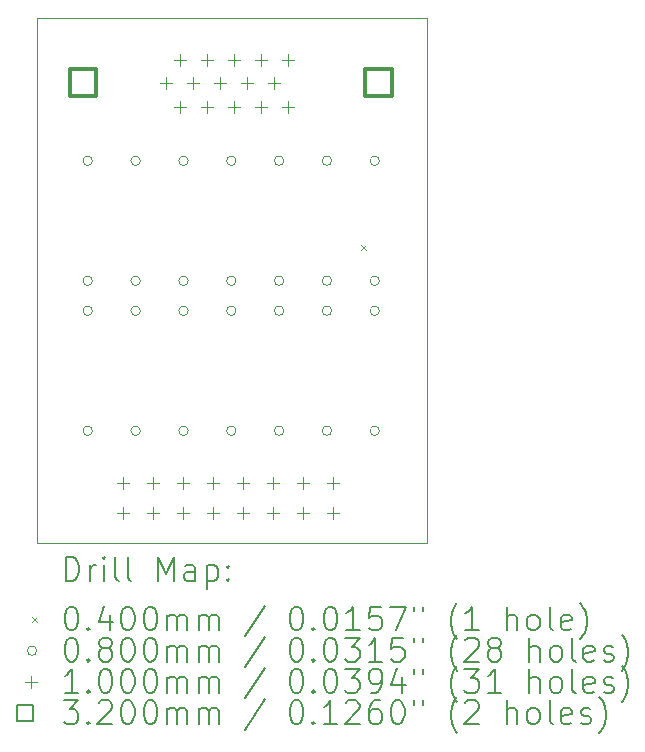
<source format=gbr>
%TF.GenerationSoftware,KiCad,Pcbnew,7.0.1*%
%TF.CreationDate,2023-05-30T14:27:48-07:00*%
%TF.ProjectId,tn_vdp_v1_vga,746e5f76-6470-45f7-9631-5f7667612e6b,rev?*%
%TF.SameCoordinates,Original*%
%TF.FileFunction,Drillmap*%
%TF.FilePolarity,Positive*%
%FSLAX45Y45*%
G04 Gerber Fmt 4.5, Leading zero omitted, Abs format (unit mm)*
G04 Created by KiCad (PCBNEW 7.0.1) date 2023-05-30 14:27:48*
%MOMM*%
%LPD*%
G01*
G04 APERTURE LIST*
%ADD10C,0.100000*%
%ADD11C,0.200000*%
%ADD12C,0.040000*%
%ADD13C,0.080000*%
%ADD14C,0.320000*%
G04 APERTURE END LIST*
D10*
X15240000Y-8890000D02*
X15240000Y-4445000D01*
X15240000Y-4445000D02*
X18542000Y-4445000D01*
X18542000Y-8890000D02*
X15240000Y-8890000D01*
X18542000Y-4445000D02*
X18542000Y-8890000D01*
D11*
D12*
X17984910Y-6363770D02*
X18024910Y-6403770D01*
X18024910Y-6363770D02*
X17984910Y-6403770D01*
D13*
X15707500Y-5651500D02*
G75*
G03*
X15707500Y-5651500I-40000J0D01*
G01*
X15707500Y-6667500D02*
G75*
G03*
X15707500Y-6667500I-40000J0D01*
G01*
X15707500Y-6921500D02*
G75*
G03*
X15707500Y-6921500I-40000J0D01*
G01*
X15707500Y-7937500D02*
G75*
G03*
X15707500Y-7937500I-40000J0D01*
G01*
X16112500Y-5651500D02*
G75*
G03*
X16112500Y-5651500I-40000J0D01*
G01*
X16112500Y-6667500D02*
G75*
G03*
X16112500Y-6667500I-40000J0D01*
G01*
X16112500Y-6921500D02*
G75*
G03*
X16112500Y-6921500I-40000J0D01*
G01*
X16112500Y-7937500D02*
G75*
G03*
X16112500Y-7937500I-40000J0D01*
G01*
X16517500Y-5651500D02*
G75*
G03*
X16517500Y-5651500I-40000J0D01*
G01*
X16517500Y-6667500D02*
G75*
G03*
X16517500Y-6667500I-40000J0D01*
G01*
X16517500Y-6921500D02*
G75*
G03*
X16517500Y-6921500I-40000J0D01*
G01*
X16517500Y-7937500D02*
G75*
G03*
X16517500Y-7937500I-40000J0D01*
G01*
X16922500Y-5651500D02*
G75*
G03*
X16922500Y-5651500I-40000J0D01*
G01*
X16922500Y-6667500D02*
G75*
G03*
X16922500Y-6667500I-40000J0D01*
G01*
X16922500Y-6921500D02*
G75*
G03*
X16922500Y-6921500I-40000J0D01*
G01*
X16922500Y-7937500D02*
G75*
G03*
X16922500Y-7937500I-40000J0D01*
G01*
X17327500Y-5651500D02*
G75*
G03*
X17327500Y-5651500I-40000J0D01*
G01*
X17327500Y-6667500D02*
G75*
G03*
X17327500Y-6667500I-40000J0D01*
G01*
X17327500Y-6921500D02*
G75*
G03*
X17327500Y-6921500I-40000J0D01*
G01*
X17327500Y-7937500D02*
G75*
G03*
X17327500Y-7937500I-40000J0D01*
G01*
X17732500Y-5651500D02*
G75*
G03*
X17732500Y-5651500I-40000J0D01*
G01*
X17732500Y-6667500D02*
G75*
G03*
X17732500Y-6667500I-40000J0D01*
G01*
X17732500Y-6921500D02*
G75*
G03*
X17732500Y-6921500I-40000J0D01*
G01*
X17732500Y-7937500D02*
G75*
G03*
X17732500Y-7937500I-40000J0D01*
G01*
X18137500Y-5651500D02*
G75*
G03*
X18137500Y-5651500I-40000J0D01*
G01*
X18137500Y-6667500D02*
G75*
G03*
X18137500Y-6667500I-40000J0D01*
G01*
X18137500Y-6921500D02*
G75*
G03*
X18137500Y-6921500I-40000J0D01*
G01*
X18137500Y-7937500D02*
G75*
G03*
X18137500Y-7937500I-40000J0D01*
G01*
D10*
X15963900Y-8332000D02*
X15963900Y-8432000D01*
X15913900Y-8382000D02*
X16013900Y-8382000D01*
X15963900Y-8586000D02*
X15963900Y-8686000D01*
X15913900Y-8636000D02*
X16013900Y-8636000D01*
X16217900Y-8332000D02*
X16217900Y-8432000D01*
X16167900Y-8382000D02*
X16267900Y-8382000D01*
X16217900Y-8586000D02*
X16217900Y-8686000D01*
X16167900Y-8636000D02*
X16267900Y-8636000D01*
X16331200Y-4946300D02*
X16331200Y-5046300D01*
X16281200Y-4996300D02*
X16381200Y-4996300D01*
X16445700Y-4748300D02*
X16445700Y-4848300D01*
X16395700Y-4798300D02*
X16495700Y-4798300D01*
X16445700Y-5144300D02*
X16445700Y-5244300D01*
X16395700Y-5194300D02*
X16495700Y-5194300D01*
X16471900Y-8332000D02*
X16471900Y-8432000D01*
X16421900Y-8382000D02*
X16521900Y-8382000D01*
X16471900Y-8586000D02*
X16471900Y-8686000D01*
X16421900Y-8636000D02*
X16521900Y-8636000D01*
X16560200Y-4946300D02*
X16560200Y-5046300D01*
X16510200Y-4996300D02*
X16610200Y-4996300D01*
X16674700Y-4748300D02*
X16674700Y-4848300D01*
X16624700Y-4798300D02*
X16724700Y-4798300D01*
X16674700Y-5144300D02*
X16674700Y-5244300D01*
X16624700Y-5194300D02*
X16724700Y-5194300D01*
X16725900Y-8332000D02*
X16725900Y-8432000D01*
X16675900Y-8382000D02*
X16775900Y-8382000D01*
X16725900Y-8586000D02*
X16725900Y-8686000D01*
X16675900Y-8636000D02*
X16775900Y-8636000D01*
X16789200Y-4946300D02*
X16789200Y-5046300D01*
X16739200Y-4996300D02*
X16839200Y-4996300D01*
X16903700Y-4748300D02*
X16903700Y-4848300D01*
X16853700Y-4798300D02*
X16953700Y-4798300D01*
X16903700Y-5144300D02*
X16903700Y-5244300D01*
X16853700Y-5194300D02*
X16953700Y-5194300D01*
X16979900Y-8332000D02*
X16979900Y-8432000D01*
X16929900Y-8382000D02*
X17029900Y-8382000D01*
X16979900Y-8586000D02*
X16979900Y-8686000D01*
X16929900Y-8636000D02*
X17029900Y-8636000D01*
X17018200Y-4946300D02*
X17018200Y-5046300D01*
X16968200Y-4996300D02*
X17068200Y-4996300D01*
X17132700Y-4748300D02*
X17132700Y-4848300D01*
X17082700Y-4798300D02*
X17182700Y-4798300D01*
X17132700Y-5144300D02*
X17132700Y-5244300D01*
X17082700Y-5194300D02*
X17182700Y-5194300D01*
X17233900Y-8332000D02*
X17233900Y-8432000D01*
X17183900Y-8382000D02*
X17283900Y-8382000D01*
X17233900Y-8586000D02*
X17233900Y-8686000D01*
X17183900Y-8636000D02*
X17283900Y-8636000D01*
X17247200Y-4946300D02*
X17247200Y-5046300D01*
X17197200Y-4996300D02*
X17297200Y-4996300D01*
X17361700Y-4748300D02*
X17361700Y-4848300D01*
X17311700Y-4798300D02*
X17411700Y-4798300D01*
X17361700Y-5144300D02*
X17361700Y-5244300D01*
X17311700Y-5194300D02*
X17411700Y-5194300D01*
X17487900Y-8332000D02*
X17487900Y-8432000D01*
X17437900Y-8382000D02*
X17537900Y-8382000D01*
X17487900Y-8586000D02*
X17487900Y-8686000D01*
X17437900Y-8636000D02*
X17537900Y-8636000D01*
X17741900Y-8332000D02*
X17741900Y-8432000D01*
X17691900Y-8382000D02*
X17791900Y-8382000D01*
X17741900Y-8586000D02*
X17741900Y-8686000D01*
X17691900Y-8636000D02*
X17791900Y-8636000D01*
D14*
X15740338Y-5102438D02*
X15740338Y-4876162D01*
X15514062Y-4876162D01*
X15514062Y-5102438D01*
X15740338Y-5102438D01*
X18240338Y-5102438D02*
X18240338Y-4876162D01*
X18014062Y-4876162D01*
X18014062Y-5102438D01*
X18240338Y-5102438D01*
D11*
X15482619Y-9207524D02*
X15482619Y-9007524D01*
X15482619Y-9007524D02*
X15530238Y-9007524D01*
X15530238Y-9007524D02*
X15558809Y-9017048D01*
X15558809Y-9017048D02*
X15577857Y-9036095D01*
X15577857Y-9036095D02*
X15587381Y-9055143D01*
X15587381Y-9055143D02*
X15596905Y-9093238D01*
X15596905Y-9093238D02*
X15596905Y-9121810D01*
X15596905Y-9121810D02*
X15587381Y-9159905D01*
X15587381Y-9159905D02*
X15577857Y-9178952D01*
X15577857Y-9178952D02*
X15558809Y-9198000D01*
X15558809Y-9198000D02*
X15530238Y-9207524D01*
X15530238Y-9207524D02*
X15482619Y-9207524D01*
X15682619Y-9207524D02*
X15682619Y-9074190D01*
X15682619Y-9112286D02*
X15692143Y-9093238D01*
X15692143Y-9093238D02*
X15701667Y-9083714D01*
X15701667Y-9083714D02*
X15720714Y-9074190D01*
X15720714Y-9074190D02*
X15739762Y-9074190D01*
X15806428Y-9207524D02*
X15806428Y-9074190D01*
X15806428Y-9007524D02*
X15796905Y-9017048D01*
X15796905Y-9017048D02*
X15806428Y-9026571D01*
X15806428Y-9026571D02*
X15815952Y-9017048D01*
X15815952Y-9017048D02*
X15806428Y-9007524D01*
X15806428Y-9007524D02*
X15806428Y-9026571D01*
X15930238Y-9207524D02*
X15911190Y-9198000D01*
X15911190Y-9198000D02*
X15901667Y-9178952D01*
X15901667Y-9178952D02*
X15901667Y-9007524D01*
X16035000Y-9207524D02*
X16015952Y-9198000D01*
X16015952Y-9198000D02*
X16006428Y-9178952D01*
X16006428Y-9178952D02*
X16006428Y-9007524D01*
X16263571Y-9207524D02*
X16263571Y-9007524D01*
X16263571Y-9007524D02*
X16330238Y-9150381D01*
X16330238Y-9150381D02*
X16396905Y-9007524D01*
X16396905Y-9007524D02*
X16396905Y-9207524D01*
X16577857Y-9207524D02*
X16577857Y-9102762D01*
X16577857Y-9102762D02*
X16568333Y-9083714D01*
X16568333Y-9083714D02*
X16549286Y-9074190D01*
X16549286Y-9074190D02*
X16511190Y-9074190D01*
X16511190Y-9074190D02*
X16492143Y-9083714D01*
X16577857Y-9198000D02*
X16558809Y-9207524D01*
X16558809Y-9207524D02*
X16511190Y-9207524D01*
X16511190Y-9207524D02*
X16492143Y-9198000D01*
X16492143Y-9198000D02*
X16482619Y-9178952D01*
X16482619Y-9178952D02*
X16482619Y-9159905D01*
X16482619Y-9159905D02*
X16492143Y-9140857D01*
X16492143Y-9140857D02*
X16511190Y-9131333D01*
X16511190Y-9131333D02*
X16558809Y-9131333D01*
X16558809Y-9131333D02*
X16577857Y-9121810D01*
X16673095Y-9074190D02*
X16673095Y-9274190D01*
X16673095Y-9083714D02*
X16692143Y-9074190D01*
X16692143Y-9074190D02*
X16730238Y-9074190D01*
X16730238Y-9074190D02*
X16749286Y-9083714D01*
X16749286Y-9083714D02*
X16758809Y-9093238D01*
X16758809Y-9093238D02*
X16768333Y-9112286D01*
X16768333Y-9112286D02*
X16768333Y-9169429D01*
X16768333Y-9169429D02*
X16758809Y-9188476D01*
X16758809Y-9188476D02*
X16749286Y-9198000D01*
X16749286Y-9198000D02*
X16730238Y-9207524D01*
X16730238Y-9207524D02*
X16692143Y-9207524D01*
X16692143Y-9207524D02*
X16673095Y-9198000D01*
X16854048Y-9188476D02*
X16863571Y-9198000D01*
X16863571Y-9198000D02*
X16854048Y-9207524D01*
X16854048Y-9207524D02*
X16844524Y-9198000D01*
X16844524Y-9198000D02*
X16854048Y-9188476D01*
X16854048Y-9188476D02*
X16854048Y-9207524D01*
X16854048Y-9083714D02*
X16863571Y-9093238D01*
X16863571Y-9093238D02*
X16854048Y-9102762D01*
X16854048Y-9102762D02*
X16844524Y-9093238D01*
X16844524Y-9093238D02*
X16854048Y-9083714D01*
X16854048Y-9083714D02*
X16854048Y-9102762D01*
D12*
X15195000Y-9515000D02*
X15235000Y-9555000D01*
X15235000Y-9515000D02*
X15195000Y-9555000D01*
D11*
X15520714Y-9427524D02*
X15539762Y-9427524D01*
X15539762Y-9427524D02*
X15558809Y-9437048D01*
X15558809Y-9437048D02*
X15568333Y-9446571D01*
X15568333Y-9446571D02*
X15577857Y-9465619D01*
X15577857Y-9465619D02*
X15587381Y-9503714D01*
X15587381Y-9503714D02*
X15587381Y-9551333D01*
X15587381Y-9551333D02*
X15577857Y-9589429D01*
X15577857Y-9589429D02*
X15568333Y-9608476D01*
X15568333Y-9608476D02*
X15558809Y-9618000D01*
X15558809Y-9618000D02*
X15539762Y-9627524D01*
X15539762Y-9627524D02*
X15520714Y-9627524D01*
X15520714Y-9627524D02*
X15501667Y-9618000D01*
X15501667Y-9618000D02*
X15492143Y-9608476D01*
X15492143Y-9608476D02*
X15482619Y-9589429D01*
X15482619Y-9589429D02*
X15473095Y-9551333D01*
X15473095Y-9551333D02*
X15473095Y-9503714D01*
X15473095Y-9503714D02*
X15482619Y-9465619D01*
X15482619Y-9465619D02*
X15492143Y-9446571D01*
X15492143Y-9446571D02*
X15501667Y-9437048D01*
X15501667Y-9437048D02*
X15520714Y-9427524D01*
X15673095Y-9608476D02*
X15682619Y-9618000D01*
X15682619Y-9618000D02*
X15673095Y-9627524D01*
X15673095Y-9627524D02*
X15663571Y-9618000D01*
X15663571Y-9618000D02*
X15673095Y-9608476D01*
X15673095Y-9608476D02*
X15673095Y-9627524D01*
X15854048Y-9494190D02*
X15854048Y-9627524D01*
X15806428Y-9418000D02*
X15758809Y-9560857D01*
X15758809Y-9560857D02*
X15882619Y-9560857D01*
X15996905Y-9427524D02*
X16015952Y-9427524D01*
X16015952Y-9427524D02*
X16035000Y-9437048D01*
X16035000Y-9437048D02*
X16044524Y-9446571D01*
X16044524Y-9446571D02*
X16054048Y-9465619D01*
X16054048Y-9465619D02*
X16063571Y-9503714D01*
X16063571Y-9503714D02*
X16063571Y-9551333D01*
X16063571Y-9551333D02*
X16054048Y-9589429D01*
X16054048Y-9589429D02*
X16044524Y-9608476D01*
X16044524Y-9608476D02*
X16035000Y-9618000D01*
X16035000Y-9618000D02*
X16015952Y-9627524D01*
X16015952Y-9627524D02*
X15996905Y-9627524D01*
X15996905Y-9627524D02*
X15977857Y-9618000D01*
X15977857Y-9618000D02*
X15968333Y-9608476D01*
X15968333Y-9608476D02*
X15958809Y-9589429D01*
X15958809Y-9589429D02*
X15949286Y-9551333D01*
X15949286Y-9551333D02*
X15949286Y-9503714D01*
X15949286Y-9503714D02*
X15958809Y-9465619D01*
X15958809Y-9465619D02*
X15968333Y-9446571D01*
X15968333Y-9446571D02*
X15977857Y-9437048D01*
X15977857Y-9437048D02*
X15996905Y-9427524D01*
X16187381Y-9427524D02*
X16206429Y-9427524D01*
X16206429Y-9427524D02*
X16225476Y-9437048D01*
X16225476Y-9437048D02*
X16235000Y-9446571D01*
X16235000Y-9446571D02*
X16244524Y-9465619D01*
X16244524Y-9465619D02*
X16254048Y-9503714D01*
X16254048Y-9503714D02*
X16254048Y-9551333D01*
X16254048Y-9551333D02*
X16244524Y-9589429D01*
X16244524Y-9589429D02*
X16235000Y-9608476D01*
X16235000Y-9608476D02*
X16225476Y-9618000D01*
X16225476Y-9618000D02*
X16206429Y-9627524D01*
X16206429Y-9627524D02*
X16187381Y-9627524D01*
X16187381Y-9627524D02*
X16168333Y-9618000D01*
X16168333Y-9618000D02*
X16158809Y-9608476D01*
X16158809Y-9608476D02*
X16149286Y-9589429D01*
X16149286Y-9589429D02*
X16139762Y-9551333D01*
X16139762Y-9551333D02*
X16139762Y-9503714D01*
X16139762Y-9503714D02*
X16149286Y-9465619D01*
X16149286Y-9465619D02*
X16158809Y-9446571D01*
X16158809Y-9446571D02*
X16168333Y-9437048D01*
X16168333Y-9437048D02*
X16187381Y-9427524D01*
X16339762Y-9627524D02*
X16339762Y-9494190D01*
X16339762Y-9513238D02*
X16349286Y-9503714D01*
X16349286Y-9503714D02*
X16368333Y-9494190D01*
X16368333Y-9494190D02*
X16396905Y-9494190D01*
X16396905Y-9494190D02*
X16415952Y-9503714D01*
X16415952Y-9503714D02*
X16425476Y-9522762D01*
X16425476Y-9522762D02*
X16425476Y-9627524D01*
X16425476Y-9522762D02*
X16435000Y-9503714D01*
X16435000Y-9503714D02*
X16454048Y-9494190D01*
X16454048Y-9494190D02*
X16482619Y-9494190D01*
X16482619Y-9494190D02*
X16501667Y-9503714D01*
X16501667Y-9503714D02*
X16511190Y-9522762D01*
X16511190Y-9522762D02*
X16511190Y-9627524D01*
X16606429Y-9627524D02*
X16606429Y-9494190D01*
X16606429Y-9513238D02*
X16615952Y-9503714D01*
X16615952Y-9503714D02*
X16635000Y-9494190D01*
X16635000Y-9494190D02*
X16663571Y-9494190D01*
X16663571Y-9494190D02*
X16682619Y-9503714D01*
X16682619Y-9503714D02*
X16692143Y-9522762D01*
X16692143Y-9522762D02*
X16692143Y-9627524D01*
X16692143Y-9522762D02*
X16701667Y-9503714D01*
X16701667Y-9503714D02*
X16720714Y-9494190D01*
X16720714Y-9494190D02*
X16749286Y-9494190D01*
X16749286Y-9494190D02*
X16768333Y-9503714D01*
X16768333Y-9503714D02*
X16777857Y-9522762D01*
X16777857Y-9522762D02*
X16777857Y-9627524D01*
X17168333Y-9418000D02*
X16996905Y-9675143D01*
X17425476Y-9427524D02*
X17444524Y-9427524D01*
X17444524Y-9427524D02*
X17463572Y-9437048D01*
X17463572Y-9437048D02*
X17473095Y-9446571D01*
X17473095Y-9446571D02*
X17482619Y-9465619D01*
X17482619Y-9465619D02*
X17492143Y-9503714D01*
X17492143Y-9503714D02*
X17492143Y-9551333D01*
X17492143Y-9551333D02*
X17482619Y-9589429D01*
X17482619Y-9589429D02*
X17473095Y-9608476D01*
X17473095Y-9608476D02*
X17463572Y-9618000D01*
X17463572Y-9618000D02*
X17444524Y-9627524D01*
X17444524Y-9627524D02*
X17425476Y-9627524D01*
X17425476Y-9627524D02*
X17406429Y-9618000D01*
X17406429Y-9618000D02*
X17396905Y-9608476D01*
X17396905Y-9608476D02*
X17387381Y-9589429D01*
X17387381Y-9589429D02*
X17377857Y-9551333D01*
X17377857Y-9551333D02*
X17377857Y-9503714D01*
X17377857Y-9503714D02*
X17387381Y-9465619D01*
X17387381Y-9465619D02*
X17396905Y-9446571D01*
X17396905Y-9446571D02*
X17406429Y-9437048D01*
X17406429Y-9437048D02*
X17425476Y-9427524D01*
X17577857Y-9608476D02*
X17587381Y-9618000D01*
X17587381Y-9618000D02*
X17577857Y-9627524D01*
X17577857Y-9627524D02*
X17568334Y-9618000D01*
X17568334Y-9618000D02*
X17577857Y-9608476D01*
X17577857Y-9608476D02*
X17577857Y-9627524D01*
X17711191Y-9427524D02*
X17730238Y-9427524D01*
X17730238Y-9427524D02*
X17749286Y-9437048D01*
X17749286Y-9437048D02*
X17758810Y-9446571D01*
X17758810Y-9446571D02*
X17768334Y-9465619D01*
X17768334Y-9465619D02*
X17777857Y-9503714D01*
X17777857Y-9503714D02*
X17777857Y-9551333D01*
X17777857Y-9551333D02*
X17768334Y-9589429D01*
X17768334Y-9589429D02*
X17758810Y-9608476D01*
X17758810Y-9608476D02*
X17749286Y-9618000D01*
X17749286Y-9618000D02*
X17730238Y-9627524D01*
X17730238Y-9627524D02*
X17711191Y-9627524D01*
X17711191Y-9627524D02*
X17692143Y-9618000D01*
X17692143Y-9618000D02*
X17682619Y-9608476D01*
X17682619Y-9608476D02*
X17673095Y-9589429D01*
X17673095Y-9589429D02*
X17663572Y-9551333D01*
X17663572Y-9551333D02*
X17663572Y-9503714D01*
X17663572Y-9503714D02*
X17673095Y-9465619D01*
X17673095Y-9465619D02*
X17682619Y-9446571D01*
X17682619Y-9446571D02*
X17692143Y-9437048D01*
X17692143Y-9437048D02*
X17711191Y-9427524D01*
X17968334Y-9627524D02*
X17854048Y-9627524D01*
X17911191Y-9627524D02*
X17911191Y-9427524D01*
X17911191Y-9427524D02*
X17892143Y-9456095D01*
X17892143Y-9456095D02*
X17873095Y-9475143D01*
X17873095Y-9475143D02*
X17854048Y-9484667D01*
X18149286Y-9427524D02*
X18054048Y-9427524D01*
X18054048Y-9427524D02*
X18044524Y-9522762D01*
X18044524Y-9522762D02*
X18054048Y-9513238D01*
X18054048Y-9513238D02*
X18073095Y-9503714D01*
X18073095Y-9503714D02*
X18120715Y-9503714D01*
X18120715Y-9503714D02*
X18139762Y-9513238D01*
X18139762Y-9513238D02*
X18149286Y-9522762D01*
X18149286Y-9522762D02*
X18158810Y-9541810D01*
X18158810Y-9541810D02*
X18158810Y-9589429D01*
X18158810Y-9589429D02*
X18149286Y-9608476D01*
X18149286Y-9608476D02*
X18139762Y-9618000D01*
X18139762Y-9618000D02*
X18120715Y-9627524D01*
X18120715Y-9627524D02*
X18073095Y-9627524D01*
X18073095Y-9627524D02*
X18054048Y-9618000D01*
X18054048Y-9618000D02*
X18044524Y-9608476D01*
X18225476Y-9427524D02*
X18358810Y-9427524D01*
X18358810Y-9427524D02*
X18273095Y-9627524D01*
X18425476Y-9427524D02*
X18425476Y-9465619D01*
X18501667Y-9427524D02*
X18501667Y-9465619D01*
X18796905Y-9703714D02*
X18787381Y-9694190D01*
X18787381Y-9694190D02*
X18768334Y-9665619D01*
X18768334Y-9665619D02*
X18758810Y-9646571D01*
X18758810Y-9646571D02*
X18749286Y-9618000D01*
X18749286Y-9618000D02*
X18739762Y-9570381D01*
X18739762Y-9570381D02*
X18739762Y-9532286D01*
X18739762Y-9532286D02*
X18749286Y-9484667D01*
X18749286Y-9484667D02*
X18758810Y-9456095D01*
X18758810Y-9456095D02*
X18768334Y-9437048D01*
X18768334Y-9437048D02*
X18787381Y-9408476D01*
X18787381Y-9408476D02*
X18796905Y-9398952D01*
X18977857Y-9627524D02*
X18863572Y-9627524D01*
X18920715Y-9627524D02*
X18920715Y-9427524D01*
X18920715Y-9427524D02*
X18901667Y-9456095D01*
X18901667Y-9456095D02*
X18882619Y-9475143D01*
X18882619Y-9475143D02*
X18863572Y-9484667D01*
X19215953Y-9627524D02*
X19215953Y-9427524D01*
X19301667Y-9627524D02*
X19301667Y-9522762D01*
X19301667Y-9522762D02*
X19292143Y-9503714D01*
X19292143Y-9503714D02*
X19273096Y-9494190D01*
X19273096Y-9494190D02*
X19244524Y-9494190D01*
X19244524Y-9494190D02*
X19225477Y-9503714D01*
X19225477Y-9503714D02*
X19215953Y-9513238D01*
X19425477Y-9627524D02*
X19406429Y-9618000D01*
X19406429Y-9618000D02*
X19396905Y-9608476D01*
X19396905Y-9608476D02*
X19387381Y-9589429D01*
X19387381Y-9589429D02*
X19387381Y-9532286D01*
X19387381Y-9532286D02*
X19396905Y-9513238D01*
X19396905Y-9513238D02*
X19406429Y-9503714D01*
X19406429Y-9503714D02*
X19425477Y-9494190D01*
X19425477Y-9494190D02*
X19454048Y-9494190D01*
X19454048Y-9494190D02*
X19473096Y-9503714D01*
X19473096Y-9503714D02*
X19482619Y-9513238D01*
X19482619Y-9513238D02*
X19492143Y-9532286D01*
X19492143Y-9532286D02*
X19492143Y-9589429D01*
X19492143Y-9589429D02*
X19482619Y-9608476D01*
X19482619Y-9608476D02*
X19473096Y-9618000D01*
X19473096Y-9618000D02*
X19454048Y-9627524D01*
X19454048Y-9627524D02*
X19425477Y-9627524D01*
X19606429Y-9627524D02*
X19587381Y-9618000D01*
X19587381Y-9618000D02*
X19577858Y-9598952D01*
X19577858Y-9598952D02*
X19577858Y-9427524D01*
X19758810Y-9618000D02*
X19739762Y-9627524D01*
X19739762Y-9627524D02*
X19701667Y-9627524D01*
X19701667Y-9627524D02*
X19682619Y-9618000D01*
X19682619Y-9618000D02*
X19673096Y-9598952D01*
X19673096Y-9598952D02*
X19673096Y-9522762D01*
X19673096Y-9522762D02*
X19682619Y-9503714D01*
X19682619Y-9503714D02*
X19701667Y-9494190D01*
X19701667Y-9494190D02*
X19739762Y-9494190D01*
X19739762Y-9494190D02*
X19758810Y-9503714D01*
X19758810Y-9503714D02*
X19768334Y-9522762D01*
X19768334Y-9522762D02*
X19768334Y-9541810D01*
X19768334Y-9541810D02*
X19673096Y-9560857D01*
X19835000Y-9703714D02*
X19844524Y-9694190D01*
X19844524Y-9694190D02*
X19863572Y-9665619D01*
X19863572Y-9665619D02*
X19873096Y-9646571D01*
X19873096Y-9646571D02*
X19882619Y-9618000D01*
X19882619Y-9618000D02*
X19892143Y-9570381D01*
X19892143Y-9570381D02*
X19892143Y-9532286D01*
X19892143Y-9532286D02*
X19882619Y-9484667D01*
X19882619Y-9484667D02*
X19873096Y-9456095D01*
X19873096Y-9456095D02*
X19863572Y-9437048D01*
X19863572Y-9437048D02*
X19844524Y-9408476D01*
X19844524Y-9408476D02*
X19835000Y-9398952D01*
D13*
X15235000Y-9799000D02*
G75*
G03*
X15235000Y-9799000I-40000J0D01*
G01*
D11*
X15520714Y-9691524D02*
X15539762Y-9691524D01*
X15539762Y-9691524D02*
X15558809Y-9701048D01*
X15558809Y-9701048D02*
X15568333Y-9710571D01*
X15568333Y-9710571D02*
X15577857Y-9729619D01*
X15577857Y-9729619D02*
X15587381Y-9767714D01*
X15587381Y-9767714D02*
X15587381Y-9815333D01*
X15587381Y-9815333D02*
X15577857Y-9853429D01*
X15577857Y-9853429D02*
X15568333Y-9872476D01*
X15568333Y-9872476D02*
X15558809Y-9882000D01*
X15558809Y-9882000D02*
X15539762Y-9891524D01*
X15539762Y-9891524D02*
X15520714Y-9891524D01*
X15520714Y-9891524D02*
X15501667Y-9882000D01*
X15501667Y-9882000D02*
X15492143Y-9872476D01*
X15492143Y-9872476D02*
X15482619Y-9853429D01*
X15482619Y-9853429D02*
X15473095Y-9815333D01*
X15473095Y-9815333D02*
X15473095Y-9767714D01*
X15473095Y-9767714D02*
X15482619Y-9729619D01*
X15482619Y-9729619D02*
X15492143Y-9710571D01*
X15492143Y-9710571D02*
X15501667Y-9701048D01*
X15501667Y-9701048D02*
X15520714Y-9691524D01*
X15673095Y-9872476D02*
X15682619Y-9882000D01*
X15682619Y-9882000D02*
X15673095Y-9891524D01*
X15673095Y-9891524D02*
X15663571Y-9882000D01*
X15663571Y-9882000D02*
X15673095Y-9872476D01*
X15673095Y-9872476D02*
X15673095Y-9891524D01*
X15796905Y-9777238D02*
X15777857Y-9767714D01*
X15777857Y-9767714D02*
X15768333Y-9758190D01*
X15768333Y-9758190D02*
X15758809Y-9739143D01*
X15758809Y-9739143D02*
X15758809Y-9729619D01*
X15758809Y-9729619D02*
X15768333Y-9710571D01*
X15768333Y-9710571D02*
X15777857Y-9701048D01*
X15777857Y-9701048D02*
X15796905Y-9691524D01*
X15796905Y-9691524D02*
X15835000Y-9691524D01*
X15835000Y-9691524D02*
X15854048Y-9701048D01*
X15854048Y-9701048D02*
X15863571Y-9710571D01*
X15863571Y-9710571D02*
X15873095Y-9729619D01*
X15873095Y-9729619D02*
X15873095Y-9739143D01*
X15873095Y-9739143D02*
X15863571Y-9758190D01*
X15863571Y-9758190D02*
X15854048Y-9767714D01*
X15854048Y-9767714D02*
X15835000Y-9777238D01*
X15835000Y-9777238D02*
X15796905Y-9777238D01*
X15796905Y-9777238D02*
X15777857Y-9786762D01*
X15777857Y-9786762D02*
X15768333Y-9796286D01*
X15768333Y-9796286D02*
X15758809Y-9815333D01*
X15758809Y-9815333D02*
X15758809Y-9853429D01*
X15758809Y-9853429D02*
X15768333Y-9872476D01*
X15768333Y-9872476D02*
X15777857Y-9882000D01*
X15777857Y-9882000D02*
X15796905Y-9891524D01*
X15796905Y-9891524D02*
X15835000Y-9891524D01*
X15835000Y-9891524D02*
X15854048Y-9882000D01*
X15854048Y-9882000D02*
X15863571Y-9872476D01*
X15863571Y-9872476D02*
X15873095Y-9853429D01*
X15873095Y-9853429D02*
X15873095Y-9815333D01*
X15873095Y-9815333D02*
X15863571Y-9796286D01*
X15863571Y-9796286D02*
X15854048Y-9786762D01*
X15854048Y-9786762D02*
X15835000Y-9777238D01*
X15996905Y-9691524D02*
X16015952Y-9691524D01*
X16015952Y-9691524D02*
X16035000Y-9701048D01*
X16035000Y-9701048D02*
X16044524Y-9710571D01*
X16044524Y-9710571D02*
X16054048Y-9729619D01*
X16054048Y-9729619D02*
X16063571Y-9767714D01*
X16063571Y-9767714D02*
X16063571Y-9815333D01*
X16063571Y-9815333D02*
X16054048Y-9853429D01*
X16054048Y-9853429D02*
X16044524Y-9872476D01*
X16044524Y-9872476D02*
X16035000Y-9882000D01*
X16035000Y-9882000D02*
X16015952Y-9891524D01*
X16015952Y-9891524D02*
X15996905Y-9891524D01*
X15996905Y-9891524D02*
X15977857Y-9882000D01*
X15977857Y-9882000D02*
X15968333Y-9872476D01*
X15968333Y-9872476D02*
X15958809Y-9853429D01*
X15958809Y-9853429D02*
X15949286Y-9815333D01*
X15949286Y-9815333D02*
X15949286Y-9767714D01*
X15949286Y-9767714D02*
X15958809Y-9729619D01*
X15958809Y-9729619D02*
X15968333Y-9710571D01*
X15968333Y-9710571D02*
X15977857Y-9701048D01*
X15977857Y-9701048D02*
X15996905Y-9691524D01*
X16187381Y-9691524D02*
X16206429Y-9691524D01*
X16206429Y-9691524D02*
X16225476Y-9701048D01*
X16225476Y-9701048D02*
X16235000Y-9710571D01*
X16235000Y-9710571D02*
X16244524Y-9729619D01*
X16244524Y-9729619D02*
X16254048Y-9767714D01*
X16254048Y-9767714D02*
X16254048Y-9815333D01*
X16254048Y-9815333D02*
X16244524Y-9853429D01*
X16244524Y-9853429D02*
X16235000Y-9872476D01*
X16235000Y-9872476D02*
X16225476Y-9882000D01*
X16225476Y-9882000D02*
X16206429Y-9891524D01*
X16206429Y-9891524D02*
X16187381Y-9891524D01*
X16187381Y-9891524D02*
X16168333Y-9882000D01*
X16168333Y-9882000D02*
X16158809Y-9872476D01*
X16158809Y-9872476D02*
X16149286Y-9853429D01*
X16149286Y-9853429D02*
X16139762Y-9815333D01*
X16139762Y-9815333D02*
X16139762Y-9767714D01*
X16139762Y-9767714D02*
X16149286Y-9729619D01*
X16149286Y-9729619D02*
X16158809Y-9710571D01*
X16158809Y-9710571D02*
X16168333Y-9701048D01*
X16168333Y-9701048D02*
X16187381Y-9691524D01*
X16339762Y-9891524D02*
X16339762Y-9758190D01*
X16339762Y-9777238D02*
X16349286Y-9767714D01*
X16349286Y-9767714D02*
X16368333Y-9758190D01*
X16368333Y-9758190D02*
X16396905Y-9758190D01*
X16396905Y-9758190D02*
X16415952Y-9767714D01*
X16415952Y-9767714D02*
X16425476Y-9786762D01*
X16425476Y-9786762D02*
X16425476Y-9891524D01*
X16425476Y-9786762D02*
X16435000Y-9767714D01*
X16435000Y-9767714D02*
X16454048Y-9758190D01*
X16454048Y-9758190D02*
X16482619Y-9758190D01*
X16482619Y-9758190D02*
X16501667Y-9767714D01*
X16501667Y-9767714D02*
X16511190Y-9786762D01*
X16511190Y-9786762D02*
X16511190Y-9891524D01*
X16606429Y-9891524D02*
X16606429Y-9758190D01*
X16606429Y-9777238D02*
X16615952Y-9767714D01*
X16615952Y-9767714D02*
X16635000Y-9758190D01*
X16635000Y-9758190D02*
X16663571Y-9758190D01*
X16663571Y-9758190D02*
X16682619Y-9767714D01*
X16682619Y-9767714D02*
X16692143Y-9786762D01*
X16692143Y-9786762D02*
X16692143Y-9891524D01*
X16692143Y-9786762D02*
X16701667Y-9767714D01*
X16701667Y-9767714D02*
X16720714Y-9758190D01*
X16720714Y-9758190D02*
X16749286Y-9758190D01*
X16749286Y-9758190D02*
X16768333Y-9767714D01*
X16768333Y-9767714D02*
X16777857Y-9786762D01*
X16777857Y-9786762D02*
X16777857Y-9891524D01*
X17168333Y-9682000D02*
X16996905Y-9939143D01*
X17425476Y-9691524D02*
X17444524Y-9691524D01*
X17444524Y-9691524D02*
X17463572Y-9701048D01*
X17463572Y-9701048D02*
X17473095Y-9710571D01*
X17473095Y-9710571D02*
X17482619Y-9729619D01*
X17482619Y-9729619D02*
X17492143Y-9767714D01*
X17492143Y-9767714D02*
X17492143Y-9815333D01*
X17492143Y-9815333D02*
X17482619Y-9853429D01*
X17482619Y-9853429D02*
X17473095Y-9872476D01*
X17473095Y-9872476D02*
X17463572Y-9882000D01*
X17463572Y-9882000D02*
X17444524Y-9891524D01*
X17444524Y-9891524D02*
X17425476Y-9891524D01*
X17425476Y-9891524D02*
X17406429Y-9882000D01*
X17406429Y-9882000D02*
X17396905Y-9872476D01*
X17396905Y-9872476D02*
X17387381Y-9853429D01*
X17387381Y-9853429D02*
X17377857Y-9815333D01*
X17377857Y-9815333D02*
X17377857Y-9767714D01*
X17377857Y-9767714D02*
X17387381Y-9729619D01*
X17387381Y-9729619D02*
X17396905Y-9710571D01*
X17396905Y-9710571D02*
X17406429Y-9701048D01*
X17406429Y-9701048D02*
X17425476Y-9691524D01*
X17577857Y-9872476D02*
X17587381Y-9882000D01*
X17587381Y-9882000D02*
X17577857Y-9891524D01*
X17577857Y-9891524D02*
X17568334Y-9882000D01*
X17568334Y-9882000D02*
X17577857Y-9872476D01*
X17577857Y-9872476D02*
X17577857Y-9891524D01*
X17711191Y-9691524D02*
X17730238Y-9691524D01*
X17730238Y-9691524D02*
X17749286Y-9701048D01*
X17749286Y-9701048D02*
X17758810Y-9710571D01*
X17758810Y-9710571D02*
X17768334Y-9729619D01*
X17768334Y-9729619D02*
X17777857Y-9767714D01*
X17777857Y-9767714D02*
X17777857Y-9815333D01*
X17777857Y-9815333D02*
X17768334Y-9853429D01*
X17768334Y-9853429D02*
X17758810Y-9872476D01*
X17758810Y-9872476D02*
X17749286Y-9882000D01*
X17749286Y-9882000D02*
X17730238Y-9891524D01*
X17730238Y-9891524D02*
X17711191Y-9891524D01*
X17711191Y-9891524D02*
X17692143Y-9882000D01*
X17692143Y-9882000D02*
X17682619Y-9872476D01*
X17682619Y-9872476D02*
X17673095Y-9853429D01*
X17673095Y-9853429D02*
X17663572Y-9815333D01*
X17663572Y-9815333D02*
X17663572Y-9767714D01*
X17663572Y-9767714D02*
X17673095Y-9729619D01*
X17673095Y-9729619D02*
X17682619Y-9710571D01*
X17682619Y-9710571D02*
X17692143Y-9701048D01*
X17692143Y-9701048D02*
X17711191Y-9691524D01*
X17844524Y-9691524D02*
X17968334Y-9691524D01*
X17968334Y-9691524D02*
X17901667Y-9767714D01*
X17901667Y-9767714D02*
X17930238Y-9767714D01*
X17930238Y-9767714D02*
X17949286Y-9777238D01*
X17949286Y-9777238D02*
X17958810Y-9786762D01*
X17958810Y-9786762D02*
X17968334Y-9805810D01*
X17968334Y-9805810D02*
X17968334Y-9853429D01*
X17968334Y-9853429D02*
X17958810Y-9872476D01*
X17958810Y-9872476D02*
X17949286Y-9882000D01*
X17949286Y-9882000D02*
X17930238Y-9891524D01*
X17930238Y-9891524D02*
X17873095Y-9891524D01*
X17873095Y-9891524D02*
X17854048Y-9882000D01*
X17854048Y-9882000D02*
X17844524Y-9872476D01*
X18158810Y-9891524D02*
X18044524Y-9891524D01*
X18101667Y-9891524D02*
X18101667Y-9691524D01*
X18101667Y-9691524D02*
X18082619Y-9720095D01*
X18082619Y-9720095D02*
X18063572Y-9739143D01*
X18063572Y-9739143D02*
X18044524Y-9748667D01*
X18339762Y-9691524D02*
X18244524Y-9691524D01*
X18244524Y-9691524D02*
X18235000Y-9786762D01*
X18235000Y-9786762D02*
X18244524Y-9777238D01*
X18244524Y-9777238D02*
X18263572Y-9767714D01*
X18263572Y-9767714D02*
X18311191Y-9767714D01*
X18311191Y-9767714D02*
X18330238Y-9777238D01*
X18330238Y-9777238D02*
X18339762Y-9786762D01*
X18339762Y-9786762D02*
X18349286Y-9805810D01*
X18349286Y-9805810D02*
X18349286Y-9853429D01*
X18349286Y-9853429D02*
X18339762Y-9872476D01*
X18339762Y-9872476D02*
X18330238Y-9882000D01*
X18330238Y-9882000D02*
X18311191Y-9891524D01*
X18311191Y-9891524D02*
X18263572Y-9891524D01*
X18263572Y-9891524D02*
X18244524Y-9882000D01*
X18244524Y-9882000D02*
X18235000Y-9872476D01*
X18425476Y-9691524D02*
X18425476Y-9729619D01*
X18501667Y-9691524D02*
X18501667Y-9729619D01*
X18796905Y-9967714D02*
X18787381Y-9958190D01*
X18787381Y-9958190D02*
X18768334Y-9929619D01*
X18768334Y-9929619D02*
X18758810Y-9910571D01*
X18758810Y-9910571D02*
X18749286Y-9882000D01*
X18749286Y-9882000D02*
X18739762Y-9834381D01*
X18739762Y-9834381D02*
X18739762Y-9796286D01*
X18739762Y-9796286D02*
X18749286Y-9748667D01*
X18749286Y-9748667D02*
X18758810Y-9720095D01*
X18758810Y-9720095D02*
X18768334Y-9701048D01*
X18768334Y-9701048D02*
X18787381Y-9672476D01*
X18787381Y-9672476D02*
X18796905Y-9662952D01*
X18863572Y-9710571D02*
X18873096Y-9701048D01*
X18873096Y-9701048D02*
X18892143Y-9691524D01*
X18892143Y-9691524D02*
X18939762Y-9691524D01*
X18939762Y-9691524D02*
X18958810Y-9701048D01*
X18958810Y-9701048D02*
X18968334Y-9710571D01*
X18968334Y-9710571D02*
X18977857Y-9729619D01*
X18977857Y-9729619D02*
X18977857Y-9748667D01*
X18977857Y-9748667D02*
X18968334Y-9777238D01*
X18968334Y-9777238D02*
X18854048Y-9891524D01*
X18854048Y-9891524D02*
X18977857Y-9891524D01*
X19092143Y-9777238D02*
X19073096Y-9767714D01*
X19073096Y-9767714D02*
X19063572Y-9758190D01*
X19063572Y-9758190D02*
X19054048Y-9739143D01*
X19054048Y-9739143D02*
X19054048Y-9729619D01*
X19054048Y-9729619D02*
X19063572Y-9710571D01*
X19063572Y-9710571D02*
X19073096Y-9701048D01*
X19073096Y-9701048D02*
X19092143Y-9691524D01*
X19092143Y-9691524D02*
X19130238Y-9691524D01*
X19130238Y-9691524D02*
X19149286Y-9701048D01*
X19149286Y-9701048D02*
X19158810Y-9710571D01*
X19158810Y-9710571D02*
X19168334Y-9729619D01*
X19168334Y-9729619D02*
X19168334Y-9739143D01*
X19168334Y-9739143D02*
X19158810Y-9758190D01*
X19158810Y-9758190D02*
X19149286Y-9767714D01*
X19149286Y-9767714D02*
X19130238Y-9777238D01*
X19130238Y-9777238D02*
X19092143Y-9777238D01*
X19092143Y-9777238D02*
X19073096Y-9786762D01*
X19073096Y-9786762D02*
X19063572Y-9796286D01*
X19063572Y-9796286D02*
X19054048Y-9815333D01*
X19054048Y-9815333D02*
X19054048Y-9853429D01*
X19054048Y-9853429D02*
X19063572Y-9872476D01*
X19063572Y-9872476D02*
X19073096Y-9882000D01*
X19073096Y-9882000D02*
X19092143Y-9891524D01*
X19092143Y-9891524D02*
X19130238Y-9891524D01*
X19130238Y-9891524D02*
X19149286Y-9882000D01*
X19149286Y-9882000D02*
X19158810Y-9872476D01*
X19158810Y-9872476D02*
X19168334Y-9853429D01*
X19168334Y-9853429D02*
X19168334Y-9815333D01*
X19168334Y-9815333D02*
X19158810Y-9796286D01*
X19158810Y-9796286D02*
X19149286Y-9786762D01*
X19149286Y-9786762D02*
X19130238Y-9777238D01*
X19406429Y-9891524D02*
X19406429Y-9691524D01*
X19492143Y-9891524D02*
X19492143Y-9786762D01*
X19492143Y-9786762D02*
X19482619Y-9767714D01*
X19482619Y-9767714D02*
X19463572Y-9758190D01*
X19463572Y-9758190D02*
X19435000Y-9758190D01*
X19435000Y-9758190D02*
X19415953Y-9767714D01*
X19415953Y-9767714D02*
X19406429Y-9777238D01*
X19615953Y-9891524D02*
X19596905Y-9882000D01*
X19596905Y-9882000D02*
X19587381Y-9872476D01*
X19587381Y-9872476D02*
X19577858Y-9853429D01*
X19577858Y-9853429D02*
X19577858Y-9796286D01*
X19577858Y-9796286D02*
X19587381Y-9777238D01*
X19587381Y-9777238D02*
X19596905Y-9767714D01*
X19596905Y-9767714D02*
X19615953Y-9758190D01*
X19615953Y-9758190D02*
X19644524Y-9758190D01*
X19644524Y-9758190D02*
X19663572Y-9767714D01*
X19663572Y-9767714D02*
X19673096Y-9777238D01*
X19673096Y-9777238D02*
X19682619Y-9796286D01*
X19682619Y-9796286D02*
X19682619Y-9853429D01*
X19682619Y-9853429D02*
X19673096Y-9872476D01*
X19673096Y-9872476D02*
X19663572Y-9882000D01*
X19663572Y-9882000D02*
X19644524Y-9891524D01*
X19644524Y-9891524D02*
X19615953Y-9891524D01*
X19796905Y-9891524D02*
X19777858Y-9882000D01*
X19777858Y-9882000D02*
X19768334Y-9862952D01*
X19768334Y-9862952D02*
X19768334Y-9691524D01*
X19949286Y-9882000D02*
X19930239Y-9891524D01*
X19930239Y-9891524D02*
X19892143Y-9891524D01*
X19892143Y-9891524D02*
X19873096Y-9882000D01*
X19873096Y-9882000D02*
X19863572Y-9862952D01*
X19863572Y-9862952D02*
X19863572Y-9786762D01*
X19863572Y-9786762D02*
X19873096Y-9767714D01*
X19873096Y-9767714D02*
X19892143Y-9758190D01*
X19892143Y-9758190D02*
X19930239Y-9758190D01*
X19930239Y-9758190D02*
X19949286Y-9767714D01*
X19949286Y-9767714D02*
X19958810Y-9786762D01*
X19958810Y-9786762D02*
X19958810Y-9805810D01*
X19958810Y-9805810D02*
X19863572Y-9824857D01*
X20035000Y-9882000D02*
X20054048Y-9891524D01*
X20054048Y-9891524D02*
X20092143Y-9891524D01*
X20092143Y-9891524D02*
X20111191Y-9882000D01*
X20111191Y-9882000D02*
X20120715Y-9862952D01*
X20120715Y-9862952D02*
X20120715Y-9853429D01*
X20120715Y-9853429D02*
X20111191Y-9834381D01*
X20111191Y-9834381D02*
X20092143Y-9824857D01*
X20092143Y-9824857D02*
X20063572Y-9824857D01*
X20063572Y-9824857D02*
X20044524Y-9815333D01*
X20044524Y-9815333D02*
X20035000Y-9796286D01*
X20035000Y-9796286D02*
X20035000Y-9786762D01*
X20035000Y-9786762D02*
X20044524Y-9767714D01*
X20044524Y-9767714D02*
X20063572Y-9758190D01*
X20063572Y-9758190D02*
X20092143Y-9758190D01*
X20092143Y-9758190D02*
X20111191Y-9767714D01*
X20187381Y-9967714D02*
X20196905Y-9958190D01*
X20196905Y-9958190D02*
X20215953Y-9929619D01*
X20215953Y-9929619D02*
X20225477Y-9910571D01*
X20225477Y-9910571D02*
X20235000Y-9882000D01*
X20235000Y-9882000D02*
X20244524Y-9834381D01*
X20244524Y-9834381D02*
X20244524Y-9796286D01*
X20244524Y-9796286D02*
X20235000Y-9748667D01*
X20235000Y-9748667D02*
X20225477Y-9720095D01*
X20225477Y-9720095D02*
X20215953Y-9701048D01*
X20215953Y-9701048D02*
X20196905Y-9672476D01*
X20196905Y-9672476D02*
X20187381Y-9662952D01*
D10*
X15185000Y-10013000D02*
X15185000Y-10113000D01*
X15135000Y-10063000D02*
X15235000Y-10063000D01*
D11*
X15587381Y-10155524D02*
X15473095Y-10155524D01*
X15530238Y-10155524D02*
X15530238Y-9955524D01*
X15530238Y-9955524D02*
X15511190Y-9984095D01*
X15511190Y-9984095D02*
X15492143Y-10003143D01*
X15492143Y-10003143D02*
X15473095Y-10012667D01*
X15673095Y-10136476D02*
X15682619Y-10146000D01*
X15682619Y-10146000D02*
X15673095Y-10155524D01*
X15673095Y-10155524D02*
X15663571Y-10146000D01*
X15663571Y-10146000D02*
X15673095Y-10136476D01*
X15673095Y-10136476D02*
X15673095Y-10155524D01*
X15806428Y-9955524D02*
X15825476Y-9955524D01*
X15825476Y-9955524D02*
X15844524Y-9965048D01*
X15844524Y-9965048D02*
X15854048Y-9974571D01*
X15854048Y-9974571D02*
X15863571Y-9993619D01*
X15863571Y-9993619D02*
X15873095Y-10031714D01*
X15873095Y-10031714D02*
X15873095Y-10079333D01*
X15873095Y-10079333D02*
X15863571Y-10117429D01*
X15863571Y-10117429D02*
X15854048Y-10136476D01*
X15854048Y-10136476D02*
X15844524Y-10146000D01*
X15844524Y-10146000D02*
X15825476Y-10155524D01*
X15825476Y-10155524D02*
X15806428Y-10155524D01*
X15806428Y-10155524D02*
X15787381Y-10146000D01*
X15787381Y-10146000D02*
X15777857Y-10136476D01*
X15777857Y-10136476D02*
X15768333Y-10117429D01*
X15768333Y-10117429D02*
X15758809Y-10079333D01*
X15758809Y-10079333D02*
X15758809Y-10031714D01*
X15758809Y-10031714D02*
X15768333Y-9993619D01*
X15768333Y-9993619D02*
X15777857Y-9974571D01*
X15777857Y-9974571D02*
X15787381Y-9965048D01*
X15787381Y-9965048D02*
X15806428Y-9955524D01*
X15996905Y-9955524D02*
X16015952Y-9955524D01*
X16015952Y-9955524D02*
X16035000Y-9965048D01*
X16035000Y-9965048D02*
X16044524Y-9974571D01*
X16044524Y-9974571D02*
X16054048Y-9993619D01*
X16054048Y-9993619D02*
X16063571Y-10031714D01*
X16063571Y-10031714D02*
X16063571Y-10079333D01*
X16063571Y-10079333D02*
X16054048Y-10117429D01*
X16054048Y-10117429D02*
X16044524Y-10136476D01*
X16044524Y-10136476D02*
X16035000Y-10146000D01*
X16035000Y-10146000D02*
X16015952Y-10155524D01*
X16015952Y-10155524D02*
X15996905Y-10155524D01*
X15996905Y-10155524D02*
X15977857Y-10146000D01*
X15977857Y-10146000D02*
X15968333Y-10136476D01*
X15968333Y-10136476D02*
X15958809Y-10117429D01*
X15958809Y-10117429D02*
X15949286Y-10079333D01*
X15949286Y-10079333D02*
X15949286Y-10031714D01*
X15949286Y-10031714D02*
X15958809Y-9993619D01*
X15958809Y-9993619D02*
X15968333Y-9974571D01*
X15968333Y-9974571D02*
X15977857Y-9965048D01*
X15977857Y-9965048D02*
X15996905Y-9955524D01*
X16187381Y-9955524D02*
X16206429Y-9955524D01*
X16206429Y-9955524D02*
X16225476Y-9965048D01*
X16225476Y-9965048D02*
X16235000Y-9974571D01*
X16235000Y-9974571D02*
X16244524Y-9993619D01*
X16244524Y-9993619D02*
X16254048Y-10031714D01*
X16254048Y-10031714D02*
X16254048Y-10079333D01*
X16254048Y-10079333D02*
X16244524Y-10117429D01*
X16244524Y-10117429D02*
X16235000Y-10136476D01*
X16235000Y-10136476D02*
X16225476Y-10146000D01*
X16225476Y-10146000D02*
X16206429Y-10155524D01*
X16206429Y-10155524D02*
X16187381Y-10155524D01*
X16187381Y-10155524D02*
X16168333Y-10146000D01*
X16168333Y-10146000D02*
X16158809Y-10136476D01*
X16158809Y-10136476D02*
X16149286Y-10117429D01*
X16149286Y-10117429D02*
X16139762Y-10079333D01*
X16139762Y-10079333D02*
X16139762Y-10031714D01*
X16139762Y-10031714D02*
X16149286Y-9993619D01*
X16149286Y-9993619D02*
X16158809Y-9974571D01*
X16158809Y-9974571D02*
X16168333Y-9965048D01*
X16168333Y-9965048D02*
X16187381Y-9955524D01*
X16339762Y-10155524D02*
X16339762Y-10022190D01*
X16339762Y-10041238D02*
X16349286Y-10031714D01*
X16349286Y-10031714D02*
X16368333Y-10022190D01*
X16368333Y-10022190D02*
X16396905Y-10022190D01*
X16396905Y-10022190D02*
X16415952Y-10031714D01*
X16415952Y-10031714D02*
X16425476Y-10050762D01*
X16425476Y-10050762D02*
X16425476Y-10155524D01*
X16425476Y-10050762D02*
X16435000Y-10031714D01*
X16435000Y-10031714D02*
X16454048Y-10022190D01*
X16454048Y-10022190D02*
X16482619Y-10022190D01*
X16482619Y-10022190D02*
X16501667Y-10031714D01*
X16501667Y-10031714D02*
X16511190Y-10050762D01*
X16511190Y-10050762D02*
X16511190Y-10155524D01*
X16606429Y-10155524D02*
X16606429Y-10022190D01*
X16606429Y-10041238D02*
X16615952Y-10031714D01*
X16615952Y-10031714D02*
X16635000Y-10022190D01*
X16635000Y-10022190D02*
X16663571Y-10022190D01*
X16663571Y-10022190D02*
X16682619Y-10031714D01*
X16682619Y-10031714D02*
X16692143Y-10050762D01*
X16692143Y-10050762D02*
X16692143Y-10155524D01*
X16692143Y-10050762D02*
X16701667Y-10031714D01*
X16701667Y-10031714D02*
X16720714Y-10022190D01*
X16720714Y-10022190D02*
X16749286Y-10022190D01*
X16749286Y-10022190D02*
X16768333Y-10031714D01*
X16768333Y-10031714D02*
X16777857Y-10050762D01*
X16777857Y-10050762D02*
X16777857Y-10155524D01*
X17168333Y-9946000D02*
X16996905Y-10203143D01*
X17425476Y-9955524D02*
X17444524Y-9955524D01*
X17444524Y-9955524D02*
X17463572Y-9965048D01*
X17463572Y-9965048D02*
X17473095Y-9974571D01*
X17473095Y-9974571D02*
X17482619Y-9993619D01*
X17482619Y-9993619D02*
X17492143Y-10031714D01*
X17492143Y-10031714D02*
X17492143Y-10079333D01*
X17492143Y-10079333D02*
X17482619Y-10117429D01*
X17482619Y-10117429D02*
X17473095Y-10136476D01*
X17473095Y-10136476D02*
X17463572Y-10146000D01*
X17463572Y-10146000D02*
X17444524Y-10155524D01*
X17444524Y-10155524D02*
X17425476Y-10155524D01*
X17425476Y-10155524D02*
X17406429Y-10146000D01*
X17406429Y-10146000D02*
X17396905Y-10136476D01*
X17396905Y-10136476D02*
X17387381Y-10117429D01*
X17387381Y-10117429D02*
X17377857Y-10079333D01*
X17377857Y-10079333D02*
X17377857Y-10031714D01*
X17377857Y-10031714D02*
X17387381Y-9993619D01*
X17387381Y-9993619D02*
X17396905Y-9974571D01*
X17396905Y-9974571D02*
X17406429Y-9965048D01*
X17406429Y-9965048D02*
X17425476Y-9955524D01*
X17577857Y-10136476D02*
X17587381Y-10146000D01*
X17587381Y-10146000D02*
X17577857Y-10155524D01*
X17577857Y-10155524D02*
X17568334Y-10146000D01*
X17568334Y-10146000D02*
X17577857Y-10136476D01*
X17577857Y-10136476D02*
X17577857Y-10155524D01*
X17711191Y-9955524D02*
X17730238Y-9955524D01*
X17730238Y-9955524D02*
X17749286Y-9965048D01*
X17749286Y-9965048D02*
X17758810Y-9974571D01*
X17758810Y-9974571D02*
X17768334Y-9993619D01*
X17768334Y-9993619D02*
X17777857Y-10031714D01*
X17777857Y-10031714D02*
X17777857Y-10079333D01*
X17777857Y-10079333D02*
X17768334Y-10117429D01*
X17768334Y-10117429D02*
X17758810Y-10136476D01*
X17758810Y-10136476D02*
X17749286Y-10146000D01*
X17749286Y-10146000D02*
X17730238Y-10155524D01*
X17730238Y-10155524D02*
X17711191Y-10155524D01*
X17711191Y-10155524D02*
X17692143Y-10146000D01*
X17692143Y-10146000D02*
X17682619Y-10136476D01*
X17682619Y-10136476D02*
X17673095Y-10117429D01*
X17673095Y-10117429D02*
X17663572Y-10079333D01*
X17663572Y-10079333D02*
X17663572Y-10031714D01*
X17663572Y-10031714D02*
X17673095Y-9993619D01*
X17673095Y-9993619D02*
X17682619Y-9974571D01*
X17682619Y-9974571D02*
X17692143Y-9965048D01*
X17692143Y-9965048D02*
X17711191Y-9955524D01*
X17844524Y-9955524D02*
X17968334Y-9955524D01*
X17968334Y-9955524D02*
X17901667Y-10031714D01*
X17901667Y-10031714D02*
X17930238Y-10031714D01*
X17930238Y-10031714D02*
X17949286Y-10041238D01*
X17949286Y-10041238D02*
X17958810Y-10050762D01*
X17958810Y-10050762D02*
X17968334Y-10069810D01*
X17968334Y-10069810D02*
X17968334Y-10117429D01*
X17968334Y-10117429D02*
X17958810Y-10136476D01*
X17958810Y-10136476D02*
X17949286Y-10146000D01*
X17949286Y-10146000D02*
X17930238Y-10155524D01*
X17930238Y-10155524D02*
X17873095Y-10155524D01*
X17873095Y-10155524D02*
X17854048Y-10146000D01*
X17854048Y-10146000D02*
X17844524Y-10136476D01*
X18063572Y-10155524D02*
X18101667Y-10155524D01*
X18101667Y-10155524D02*
X18120715Y-10146000D01*
X18120715Y-10146000D02*
X18130238Y-10136476D01*
X18130238Y-10136476D02*
X18149286Y-10107905D01*
X18149286Y-10107905D02*
X18158810Y-10069810D01*
X18158810Y-10069810D02*
X18158810Y-9993619D01*
X18158810Y-9993619D02*
X18149286Y-9974571D01*
X18149286Y-9974571D02*
X18139762Y-9965048D01*
X18139762Y-9965048D02*
X18120715Y-9955524D01*
X18120715Y-9955524D02*
X18082619Y-9955524D01*
X18082619Y-9955524D02*
X18063572Y-9965048D01*
X18063572Y-9965048D02*
X18054048Y-9974571D01*
X18054048Y-9974571D02*
X18044524Y-9993619D01*
X18044524Y-9993619D02*
X18044524Y-10041238D01*
X18044524Y-10041238D02*
X18054048Y-10060286D01*
X18054048Y-10060286D02*
X18063572Y-10069810D01*
X18063572Y-10069810D02*
X18082619Y-10079333D01*
X18082619Y-10079333D02*
X18120715Y-10079333D01*
X18120715Y-10079333D02*
X18139762Y-10069810D01*
X18139762Y-10069810D02*
X18149286Y-10060286D01*
X18149286Y-10060286D02*
X18158810Y-10041238D01*
X18330238Y-10022190D02*
X18330238Y-10155524D01*
X18282619Y-9946000D02*
X18235000Y-10088857D01*
X18235000Y-10088857D02*
X18358810Y-10088857D01*
X18425476Y-9955524D02*
X18425476Y-9993619D01*
X18501667Y-9955524D02*
X18501667Y-9993619D01*
X18796905Y-10231714D02*
X18787381Y-10222190D01*
X18787381Y-10222190D02*
X18768334Y-10193619D01*
X18768334Y-10193619D02*
X18758810Y-10174571D01*
X18758810Y-10174571D02*
X18749286Y-10146000D01*
X18749286Y-10146000D02*
X18739762Y-10098381D01*
X18739762Y-10098381D02*
X18739762Y-10060286D01*
X18739762Y-10060286D02*
X18749286Y-10012667D01*
X18749286Y-10012667D02*
X18758810Y-9984095D01*
X18758810Y-9984095D02*
X18768334Y-9965048D01*
X18768334Y-9965048D02*
X18787381Y-9936476D01*
X18787381Y-9936476D02*
X18796905Y-9926952D01*
X18854048Y-9955524D02*
X18977857Y-9955524D01*
X18977857Y-9955524D02*
X18911191Y-10031714D01*
X18911191Y-10031714D02*
X18939762Y-10031714D01*
X18939762Y-10031714D02*
X18958810Y-10041238D01*
X18958810Y-10041238D02*
X18968334Y-10050762D01*
X18968334Y-10050762D02*
X18977857Y-10069810D01*
X18977857Y-10069810D02*
X18977857Y-10117429D01*
X18977857Y-10117429D02*
X18968334Y-10136476D01*
X18968334Y-10136476D02*
X18958810Y-10146000D01*
X18958810Y-10146000D02*
X18939762Y-10155524D01*
X18939762Y-10155524D02*
X18882619Y-10155524D01*
X18882619Y-10155524D02*
X18863572Y-10146000D01*
X18863572Y-10146000D02*
X18854048Y-10136476D01*
X19168334Y-10155524D02*
X19054048Y-10155524D01*
X19111191Y-10155524D02*
X19111191Y-9955524D01*
X19111191Y-9955524D02*
X19092143Y-9984095D01*
X19092143Y-9984095D02*
X19073096Y-10003143D01*
X19073096Y-10003143D02*
X19054048Y-10012667D01*
X19406429Y-10155524D02*
X19406429Y-9955524D01*
X19492143Y-10155524D02*
X19492143Y-10050762D01*
X19492143Y-10050762D02*
X19482619Y-10031714D01*
X19482619Y-10031714D02*
X19463572Y-10022190D01*
X19463572Y-10022190D02*
X19435000Y-10022190D01*
X19435000Y-10022190D02*
X19415953Y-10031714D01*
X19415953Y-10031714D02*
X19406429Y-10041238D01*
X19615953Y-10155524D02*
X19596905Y-10146000D01*
X19596905Y-10146000D02*
X19587381Y-10136476D01*
X19587381Y-10136476D02*
X19577858Y-10117429D01*
X19577858Y-10117429D02*
X19577858Y-10060286D01*
X19577858Y-10060286D02*
X19587381Y-10041238D01*
X19587381Y-10041238D02*
X19596905Y-10031714D01*
X19596905Y-10031714D02*
X19615953Y-10022190D01*
X19615953Y-10022190D02*
X19644524Y-10022190D01*
X19644524Y-10022190D02*
X19663572Y-10031714D01*
X19663572Y-10031714D02*
X19673096Y-10041238D01*
X19673096Y-10041238D02*
X19682619Y-10060286D01*
X19682619Y-10060286D02*
X19682619Y-10117429D01*
X19682619Y-10117429D02*
X19673096Y-10136476D01*
X19673096Y-10136476D02*
X19663572Y-10146000D01*
X19663572Y-10146000D02*
X19644524Y-10155524D01*
X19644524Y-10155524D02*
X19615953Y-10155524D01*
X19796905Y-10155524D02*
X19777858Y-10146000D01*
X19777858Y-10146000D02*
X19768334Y-10126952D01*
X19768334Y-10126952D02*
X19768334Y-9955524D01*
X19949286Y-10146000D02*
X19930239Y-10155524D01*
X19930239Y-10155524D02*
X19892143Y-10155524D01*
X19892143Y-10155524D02*
X19873096Y-10146000D01*
X19873096Y-10146000D02*
X19863572Y-10126952D01*
X19863572Y-10126952D02*
X19863572Y-10050762D01*
X19863572Y-10050762D02*
X19873096Y-10031714D01*
X19873096Y-10031714D02*
X19892143Y-10022190D01*
X19892143Y-10022190D02*
X19930239Y-10022190D01*
X19930239Y-10022190D02*
X19949286Y-10031714D01*
X19949286Y-10031714D02*
X19958810Y-10050762D01*
X19958810Y-10050762D02*
X19958810Y-10069810D01*
X19958810Y-10069810D02*
X19863572Y-10088857D01*
X20035000Y-10146000D02*
X20054048Y-10155524D01*
X20054048Y-10155524D02*
X20092143Y-10155524D01*
X20092143Y-10155524D02*
X20111191Y-10146000D01*
X20111191Y-10146000D02*
X20120715Y-10126952D01*
X20120715Y-10126952D02*
X20120715Y-10117429D01*
X20120715Y-10117429D02*
X20111191Y-10098381D01*
X20111191Y-10098381D02*
X20092143Y-10088857D01*
X20092143Y-10088857D02*
X20063572Y-10088857D01*
X20063572Y-10088857D02*
X20044524Y-10079333D01*
X20044524Y-10079333D02*
X20035000Y-10060286D01*
X20035000Y-10060286D02*
X20035000Y-10050762D01*
X20035000Y-10050762D02*
X20044524Y-10031714D01*
X20044524Y-10031714D02*
X20063572Y-10022190D01*
X20063572Y-10022190D02*
X20092143Y-10022190D01*
X20092143Y-10022190D02*
X20111191Y-10031714D01*
X20187381Y-10231714D02*
X20196905Y-10222190D01*
X20196905Y-10222190D02*
X20215953Y-10193619D01*
X20215953Y-10193619D02*
X20225477Y-10174571D01*
X20225477Y-10174571D02*
X20235000Y-10146000D01*
X20235000Y-10146000D02*
X20244524Y-10098381D01*
X20244524Y-10098381D02*
X20244524Y-10060286D01*
X20244524Y-10060286D02*
X20235000Y-10012667D01*
X20235000Y-10012667D02*
X20225477Y-9984095D01*
X20225477Y-9984095D02*
X20215953Y-9965048D01*
X20215953Y-9965048D02*
X20196905Y-9936476D01*
X20196905Y-9936476D02*
X20187381Y-9926952D01*
X15205711Y-10397711D02*
X15205711Y-10256289D01*
X15064289Y-10256289D01*
X15064289Y-10397711D01*
X15205711Y-10397711D01*
X15463571Y-10219524D02*
X15587381Y-10219524D01*
X15587381Y-10219524D02*
X15520714Y-10295714D01*
X15520714Y-10295714D02*
X15549286Y-10295714D01*
X15549286Y-10295714D02*
X15568333Y-10305238D01*
X15568333Y-10305238D02*
X15577857Y-10314762D01*
X15577857Y-10314762D02*
X15587381Y-10333810D01*
X15587381Y-10333810D02*
X15587381Y-10381429D01*
X15587381Y-10381429D02*
X15577857Y-10400476D01*
X15577857Y-10400476D02*
X15568333Y-10410000D01*
X15568333Y-10410000D02*
X15549286Y-10419524D01*
X15549286Y-10419524D02*
X15492143Y-10419524D01*
X15492143Y-10419524D02*
X15473095Y-10410000D01*
X15473095Y-10410000D02*
X15463571Y-10400476D01*
X15673095Y-10400476D02*
X15682619Y-10410000D01*
X15682619Y-10410000D02*
X15673095Y-10419524D01*
X15673095Y-10419524D02*
X15663571Y-10410000D01*
X15663571Y-10410000D02*
X15673095Y-10400476D01*
X15673095Y-10400476D02*
X15673095Y-10419524D01*
X15758809Y-10238571D02*
X15768333Y-10229048D01*
X15768333Y-10229048D02*
X15787381Y-10219524D01*
X15787381Y-10219524D02*
X15835000Y-10219524D01*
X15835000Y-10219524D02*
X15854048Y-10229048D01*
X15854048Y-10229048D02*
X15863571Y-10238571D01*
X15863571Y-10238571D02*
X15873095Y-10257619D01*
X15873095Y-10257619D02*
X15873095Y-10276667D01*
X15873095Y-10276667D02*
X15863571Y-10305238D01*
X15863571Y-10305238D02*
X15749286Y-10419524D01*
X15749286Y-10419524D02*
X15873095Y-10419524D01*
X15996905Y-10219524D02*
X16015952Y-10219524D01*
X16015952Y-10219524D02*
X16035000Y-10229048D01*
X16035000Y-10229048D02*
X16044524Y-10238571D01*
X16044524Y-10238571D02*
X16054048Y-10257619D01*
X16054048Y-10257619D02*
X16063571Y-10295714D01*
X16063571Y-10295714D02*
X16063571Y-10343333D01*
X16063571Y-10343333D02*
X16054048Y-10381429D01*
X16054048Y-10381429D02*
X16044524Y-10400476D01*
X16044524Y-10400476D02*
X16035000Y-10410000D01*
X16035000Y-10410000D02*
X16015952Y-10419524D01*
X16015952Y-10419524D02*
X15996905Y-10419524D01*
X15996905Y-10419524D02*
X15977857Y-10410000D01*
X15977857Y-10410000D02*
X15968333Y-10400476D01*
X15968333Y-10400476D02*
X15958809Y-10381429D01*
X15958809Y-10381429D02*
X15949286Y-10343333D01*
X15949286Y-10343333D02*
X15949286Y-10295714D01*
X15949286Y-10295714D02*
X15958809Y-10257619D01*
X15958809Y-10257619D02*
X15968333Y-10238571D01*
X15968333Y-10238571D02*
X15977857Y-10229048D01*
X15977857Y-10229048D02*
X15996905Y-10219524D01*
X16187381Y-10219524D02*
X16206429Y-10219524D01*
X16206429Y-10219524D02*
X16225476Y-10229048D01*
X16225476Y-10229048D02*
X16235000Y-10238571D01*
X16235000Y-10238571D02*
X16244524Y-10257619D01*
X16244524Y-10257619D02*
X16254048Y-10295714D01*
X16254048Y-10295714D02*
X16254048Y-10343333D01*
X16254048Y-10343333D02*
X16244524Y-10381429D01*
X16244524Y-10381429D02*
X16235000Y-10400476D01*
X16235000Y-10400476D02*
X16225476Y-10410000D01*
X16225476Y-10410000D02*
X16206429Y-10419524D01*
X16206429Y-10419524D02*
X16187381Y-10419524D01*
X16187381Y-10419524D02*
X16168333Y-10410000D01*
X16168333Y-10410000D02*
X16158809Y-10400476D01*
X16158809Y-10400476D02*
X16149286Y-10381429D01*
X16149286Y-10381429D02*
X16139762Y-10343333D01*
X16139762Y-10343333D02*
X16139762Y-10295714D01*
X16139762Y-10295714D02*
X16149286Y-10257619D01*
X16149286Y-10257619D02*
X16158809Y-10238571D01*
X16158809Y-10238571D02*
X16168333Y-10229048D01*
X16168333Y-10229048D02*
X16187381Y-10219524D01*
X16339762Y-10419524D02*
X16339762Y-10286190D01*
X16339762Y-10305238D02*
X16349286Y-10295714D01*
X16349286Y-10295714D02*
X16368333Y-10286190D01*
X16368333Y-10286190D02*
X16396905Y-10286190D01*
X16396905Y-10286190D02*
X16415952Y-10295714D01*
X16415952Y-10295714D02*
X16425476Y-10314762D01*
X16425476Y-10314762D02*
X16425476Y-10419524D01*
X16425476Y-10314762D02*
X16435000Y-10295714D01*
X16435000Y-10295714D02*
X16454048Y-10286190D01*
X16454048Y-10286190D02*
X16482619Y-10286190D01*
X16482619Y-10286190D02*
X16501667Y-10295714D01*
X16501667Y-10295714D02*
X16511190Y-10314762D01*
X16511190Y-10314762D02*
X16511190Y-10419524D01*
X16606429Y-10419524D02*
X16606429Y-10286190D01*
X16606429Y-10305238D02*
X16615952Y-10295714D01*
X16615952Y-10295714D02*
X16635000Y-10286190D01*
X16635000Y-10286190D02*
X16663571Y-10286190D01*
X16663571Y-10286190D02*
X16682619Y-10295714D01*
X16682619Y-10295714D02*
X16692143Y-10314762D01*
X16692143Y-10314762D02*
X16692143Y-10419524D01*
X16692143Y-10314762D02*
X16701667Y-10295714D01*
X16701667Y-10295714D02*
X16720714Y-10286190D01*
X16720714Y-10286190D02*
X16749286Y-10286190D01*
X16749286Y-10286190D02*
X16768333Y-10295714D01*
X16768333Y-10295714D02*
X16777857Y-10314762D01*
X16777857Y-10314762D02*
X16777857Y-10419524D01*
X17168333Y-10210000D02*
X16996905Y-10467143D01*
X17425476Y-10219524D02*
X17444524Y-10219524D01*
X17444524Y-10219524D02*
X17463572Y-10229048D01*
X17463572Y-10229048D02*
X17473095Y-10238571D01*
X17473095Y-10238571D02*
X17482619Y-10257619D01*
X17482619Y-10257619D02*
X17492143Y-10295714D01*
X17492143Y-10295714D02*
X17492143Y-10343333D01*
X17492143Y-10343333D02*
X17482619Y-10381429D01*
X17482619Y-10381429D02*
X17473095Y-10400476D01*
X17473095Y-10400476D02*
X17463572Y-10410000D01*
X17463572Y-10410000D02*
X17444524Y-10419524D01*
X17444524Y-10419524D02*
X17425476Y-10419524D01*
X17425476Y-10419524D02*
X17406429Y-10410000D01*
X17406429Y-10410000D02*
X17396905Y-10400476D01*
X17396905Y-10400476D02*
X17387381Y-10381429D01*
X17387381Y-10381429D02*
X17377857Y-10343333D01*
X17377857Y-10343333D02*
X17377857Y-10295714D01*
X17377857Y-10295714D02*
X17387381Y-10257619D01*
X17387381Y-10257619D02*
X17396905Y-10238571D01*
X17396905Y-10238571D02*
X17406429Y-10229048D01*
X17406429Y-10229048D02*
X17425476Y-10219524D01*
X17577857Y-10400476D02*
X17587381Y-10410000D01*
X17587381Y-10410000D02*
X17577857Y-10419524D01*
X17577857Y-10419524D02*
X17568334Y-10410000D01*
X17568334Y-10410000D02*
X17577857Y-10400476D01*
X17577857Y-10400476D02*
X17577857Y-10419524D01*
X17777857Y-10419524D02*
X17663572Y-10419524D01*
X17720714Y-10419524D02*
X17720714Y-10219524D01*
X17720714Y-10219524D02*
X17701667Y-10248095D01*
X17701667Y-10248095D02*
X17682619Y-10267143D01*
X17682619Y-10267143D02*
X17663572Y-10276667D01*
X17854048Y-10238571D02*
X17863572Y-10229048D01*
X17863572Y-10229048D02*
X17882619Y-10219524D01*
X17882619Y-10219524D02*
X17930238Y-10219524D01*
X17930238Y-10219524D02*
X17949286Y-10229048D01*
X17949286Y-10229048D02*
X17958810Y-10238571D01*
X17958810Y-10238571D02*
X17968334Y-10257619D01*
X17968334Y-10257619D02*
X17968334Y-10276667D01*
X17968334Y-10276667D02*
X17958810Y-10305238D01*
X17958810Y-10305238D02*
X17844524Y-10419524D01*
X17844524Y-10419524D02*
X17968334Y-10419524D01*
X18139762Y-10219524D02*
X18101667Y-10219524D01*
X18101667Y-10219524D02*
X18082619Y-10229048D01*
X18082619Y-10229048D02*
X18073095Y-10238571D01*
X18073095Y-10238571D02*
X18054048Y-10267143D01*
X18054048Y-10267143D02*
X18044524Y-10305238D01*
X18044524Y-10305238D02*
X18044524Y-10381429D01*
X18044524Y-10381429D02*
X18054048Y-10400476D01*
X18054048Y-10400476D02*
X18063572Y-10410000D01*
X18063572Y-10410000D02*
X18082619Y-10419524D01*
X18082619Y-10419524D02*
X18120715Y-10419524D01*
X18120715Y-10419524D02*
X18139762Y-10410000D01*
X18139762Y-10410000D02*
X18149286Y-10400476D01*
X18149286Y-10400476D02*
X18158810Y-10381429D01*
X18158810Y-10381429D02*
X18158810Y-10333810D01*
X18158810Y-10333810D02*
X18149286Y-10314762D01*
X18149286Y-10314762D02*
X18139762Y-10305238D01*
X18139762Y-10305238D02*
X18120715Y-10295714D01*
X18120715Y-10295714D02*
X18082619Y-10295714D01*
X18082619Y-10295714D02*
X18063572Y-10305238D01*
X18063572Y-10305238D02*
X18054048Y-10314762D01*
X18054048Y-10314762D02*
X18044524Y-10333810D01*
X18282619Y-10219524D02*
X18301667Y-10219524D01*
X18301667Y-10219524D02*
X18320715Y-10229048D01*
X18320715Y-10229048D02*
X18330238Y-10238571D01*
X18330238Y-10238571D02*
X18339762Y-10257619D01*
X18339762Y-10257619D02*
X18349286Y-10295714D01*
X18349286Y-10295714D02*
X18349286Y-10343333D01*
X18349286Y-10343333D02*
X18339762Y-10381429D01*
X18339762Y-10381429D02*
X18330238Y-10400476D01*
X18330238Y-10400476D02*
X18320715Y-10410000D01*
X18320715Y-10410000D02*
X18301667Y-10419524D01*
X18301667Y-10419524D02*
X18282619Y-10419524D01*
X18282619Y-10419524D02*
X18263572Y-10410000D01*
X18263572Y-10410000D02*
X18254048Y-10400476D01*
X18254048Y-10400476D02*
X18244524Y-10381429D01*
X18244524Y-10381429D02*
X18235000Y-10343333D01*
X18235000Y-10343333D02*
X18235000Y-10295714D01*
X18235000Y-10295714D02*
X18244524Y-10257619D01*
X18244524Y-10257619D02*
X18254048Y-10238571D01*
X18254048Y-10238571D02*
X18263572Y-10229048D01*
X18263572Y-10229048D02*
X18282619Y-10219524D01*
X18425476Y-10219524D02*
X18425476Y-10257619D01*
X18501667Y-10219524D02*
X18501667Y-10257619D01*
X18796905Y-10495714D02*
X18787381Y-10486190D01*
X18787381Y-10486190D02*
X18768334Y-10457619D01*
X18768334Y-10457619D02*
X18758810Y-10438571D01*
X18758810Y-10438571D02*
X18749286Y-10410000D01*
X18749286Y-10410000D02*
X18739762Y-10362381D01*
X18739762Y-10362381D02*
X18739762Y-10324286D01*
X18739762Y-10324286D02*
X18749286Y-10276667D01*
X18749286Y-10276667D02*
X18758810Y-10248095D01*
X18758810Y-10248095D02*
X18768334Y-10229048D01*
X18768334Y-10229048D02*
X18787381Y-10200476D01*
X18787381Y-10200476D02*
X18796905Y-10190952D01*
X18863572Y-10238571D02*
X18873096Y-10229048D01*
X18873096Y-10229048D02*
X18892143Y-10219524D01*
X18892143Y-10219524D02*
X18939762Y-10219524D01*
X18939762Y-10219524D02*
X18958810Y-10229048D01*
X18958810Y-10229048D02*
X18968334Y-10238571D01*
X18968334Y-10238571D02*
X18977857Y-10257619D01*
X18977857Y-10257619D02*
X18977857Y-10276667D01*
X18977857Y-10276667D02*
X18968334Y-10305238D01*
X18968334Y-10305238D02*
X18854048Y-10419524D01*
X18854048Y-10419524D02*
X18977857Y-10419524D01*
X19215953Y-10419524D02*
X19215953Y-10219524D01*
X19301667Y-10419524D02*
X19301667Y-10314762D01*
X19301667Y-10314762D02*
X19292143Y-10295714D01*
X19292143Y-10295714D02*
X19273096Y-10286190D01*
X19273096Y-10286190D02*
X19244524Y-10286190D01*
X19244524Y-10286190D02*
X19225477Y-10295714D01*
X19225477Y-10295714D02*
X19215953Y-10305238D01*
X19425477Y-10419524D02*
X19406429Y-10410000D01*
X19406429Y-10410000D02*
X19396905Y-10400476D01*
X19396905Y-10400476D02*
X19387381Y-10381429D01*
X19387381Y-10381429D02*
X19387381Y-10324286D01*
X19387381Y-10324286D02*
X19396905Y-10305238D01*
X19396905Y-10305238D02*
X19406429Y-10295714D01*
X19406429Y-10295714D02*
X19425477Y-10286190D01*
X19425477Y-10286190D02*
X19454048Y-10286190D01*
X19454048Y-10286190D02*
X19473096Y-10295714D01*
X19473096Y-10295714D02*
X19482619Y-10305238D01*
X19482619Y-10305238D02*
X19492143Y-10324286D01*
X19492143Y-10324286D02*
X19492143Y-10381429D01*
X19492143Y-10381429D02*
X19482619Y-10400476D01*
X19482619Y-10400476D02*
X19473096Y-10410000D01*
X19473096Y-10410000D02*
X19454048Y-10419524D01*
X19454048Y-10419524D02*
X19425477Y-10419524D01*
X19606429Y-10419524D02*
X19587381Y-10410000D01*
X19587381Y-10410000D02*
X19577858Y-10390952D01*
X19577858Y-10390952D02*
X19577858Y-10219524D01*
X19758810Y-10410000D02*
X19739762Y-10419524D01*
X19739762Y-10419524D02*
X19701667Y-10419524D01*
X19701667Y-10419524D02*
X19682619Y-10410000D01*
X19682619Y-10410000D02*
X19673096Y-10390952D01*
X19673096Y-10390952D02*
X19673096Y-10314762D01*
X19673096Y-10314762D02*
X19682619Y-10295714D01*
X19682619Y-10295714D02*
X19701667Y-10286190D01*
X19701667Y-10286190D02*
X19739762Y-10286190D01*
X19739762Y-10286190D02*
X19758810Y-10295714D01*
X19758810Y-10295714D02*
X19768334Y-10314762D01*
X19768334Y-10314762D02*
X19768334Y-10333810D01*
X19768334Y-10333810D02*
X19673096Y-10352857D01*
X19844524Y-10410000D02*
X19863572Y-10419524D01*
X19863572Y-10419524D02*
X19901667Y-10419524D01*
X19901667Y-10419524D02*
X19920715Y-10410000D01*
X19920715Y-10410000D02*
X19930239Y-10390952D01*
X19930239Y-10390952D02*
X19930239Y-10381429D01*
X19930239Y-10381429D02*
X19920715Y-10362381D01*
X19920715Y-10362381D02*
X19901667Y-10352857D01*
X19901667Y-10352857D02*
X19873096Y-10352857D01*
X19873096Y-10352857D02*
X19854048Y-10343333D01*
X19854048Y-10343333D02*
X19844524Y-10324286D01*
X19844524Y-10324286D02*
X19844524Y-10314762D01*
X19844524Y-10314762D02*
X19854048Y-10295714D01*
X19854048Y-10295714D02*
X19873096Y-10286190D01*
X19873096Y-10286190D02*
X19901667Y-10286190D01*
X19901667Y-10286190D02*
X19920715Y-10295714D01*
X19996905Y-10495714D02*
X20006429Y-10486190D01*
X20006429Y-10486190D02*
X20025477Y-10457619D01*
X20025477Y-10457619D02*
X20035000Y-10438571D01*
X20035000Y-10438571D02*
X20044524Y-10410000D01*
X20044524Y-10410000D02*
X20054048Y-10362381D01*
X20054048Y-10362381D02*
X20054048Y-10324286D01*
X20054048Y-10324286D02*
X20044524Y-10276667D01*
X20044524Y-10276667D02*
X20035000Y-10248095D01*
X20035000Y-10248095D02*
X20025477Y-10229048D01*
X20025477Y-10229048D02*
X20006429Y-10200476D01*
X20006429Y-10200476D02*
X19996905Y-10190952D01*
M02*

</source>
